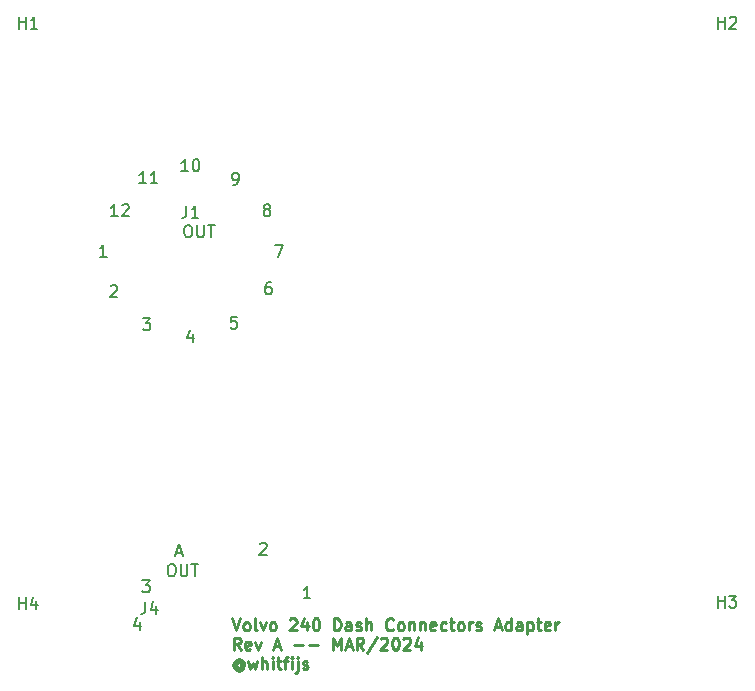
<source format=gbr>
%TF.GenerationSoftware,KiCad,Pcbnew,6.0.10-86aedd382b~118~ubuntu20.04.1*%
%TF.CreationDate,2024-03-07T10:40:57-05:00*%
%TF.ProjectId,dash_connector_adapter,64617368-5f63-46f6-9e6e-6563746f725f,rev?*%
%TF.SameCoordinates,Original*%
%TF.FileFunction,Legend,Top*%
%TF.FilePolarity,Positive*%
%FSLAX46Y46*%
G04 Gerber Fmt 4.6, Leading zero omitted, Abs format (unit mm)*
G04 Created by KiCad (PCBNEW 6.0.10-86aedd382b~118~ubuntu20.04.1) date 2024-03-07 10:40:57*
%MOMM*%
%LPD*%
G01*
G04 APERTURE LIST*
%ADD10C,0.254000*%
%ADD11C,0.150000*%
G04 APERTURE END LIST*
D10*
X122308861Y-90263859D02*
X122647528Y-91279859D01*
X122986195Y-90263859D01*
X123470004Y-91279859D02*
X123373242Y-91231478D01*
X123324861Y-91183097D01*
X123276480Y-91086335D01*
X123276480Y-90796049D01*
X123324861Y-90699287D01*
X123373242Y-90650906D01*
X123470004Y-90602525D01*
X123615147Y-90602525D01*
X123711909Y-90650906D01*
X123760290Y-90699287D01*
X123808671Y-90796049D01*
X123808671Y-91086335D01*
X123760290Y-91183097D01*
X123711909Y-91231478D01*
X123615147Y-91279859D01*
X123470004Y-91279859D01*
X124389242Y-91279859D02*
X124292480Y-91231478D01*
X124244100Y-91134716D01*
X124244100Y-90263859D01*
X124679528Y-90602525D02*
X124921433Y-91279859D01*
X125163338Y-90602525D01*
X125695528Y-91279859D02*
X125598766Y-91231478D01*
X125550385Y-91183097D01*
X125502004Y-91086335D01*
X125502004Y-90796049D01*
X125550385Y-90699287D01*
X125598766Y-90650906D01*
X125695528Y-90602525D01*
X125840671Y-90602525D01*
X125937433Y-90650906D01*
X125985814Y-90699287D01*
X126034195Y-90796049D01*
X126034195Y-91086335D01*
X125985814Y-91183097D01*
X125937433Y-91231478D01*
X125840671Y-91279859D01*
X125695528Y-91279859D01*
X127195338Y-90360620D02*
X127243719Y-90312240D01*
X127340480Y-90263859D01*
X127582385Y-90263859D01*
X127679147Y-90312240D01*
X127727528Y-90360620D01*
X127775909Y-90457382D01*
X127775909Y-90554144D01*
X127727528Y-90699287D01*
X127146957Y-91279859D01*
X127775909Y-91279859D01*
X128646766Y-90602525D02*
X128646766Y-91279859D01*
X128404861Y-90215478D02*
X128162957Y-90941192D01*
X128791909Y-90941192D01*
X129372480Y-90263859D02*
X129469242Y-90263859D01*
X129566004Y-90312240D01*
X129614385Y-90360620D01*
X129662766Y-90457382D01*
X129711147Y-90650906D01*
X129711147Y-90892811D01*
X129662766Y-91086335D01*
X129614385Y-91183097D01*
X129566004Y-91231478D01*
X129469242Y-91279859D01*
X129372480Y-91279859D01*
X129275719Y-91231478D01*
X129227338Y-91183097D01*
X129178957Y-91086335D01*
X129130576Y-90892811D01*
X129130576Y-90650906D01*
X129178957Y-90457382D01*
X129227338Y-90360620D01*
X129275719Y-90312240D01*
X129372480Y-90263859D01*
X130920671Y-91279859D02*
X130920671Y-90263859D01*
X131162576Y-90263859D01*
X131307719Y-90312240D01*
X131404480Y-90409001D01*
X131452861Y-90505763D01*
X131501242Y-90699287D01*
X131501242Y-90844430D01*
X131452861Y-91037954D01*
X131404480Y-91134716D01*
X131307719Y-91231478D01*
X131162576Y-91279859D01*
X130920671Y-91279859D01*
X132372100Y-91279859D02*
X132372100Y-90747668D01*
X132323719Y-90650906D01*
X132226957Y-90602525D01*
X132033433Y-90602525D01*
X131936671Y-90650906D01*
X132372100Y-91231478D02*
X132275338Y-91279859D01*
X132033433Y-91279859D01*
X131936671Y-91231478D01*
X131888290Y-91134716D01*
X131888290Y-91037954D01*
X131936671Y-90941192D01*
X132033433Y-90892811D01*
X132275338Y-90892811D01*
X132372100Y-90844430D01*
X132807528Y-91231478D02*
X132904290Y-91279859D01*
X133097814Y-91279859D01*
X133194576Y-91231478D01*
X133242957Y-91134716D01*
X133242957Y-91086335D01*
X133194576Y-90989573D01*
X133097814Y-90941192D01*
X132952671Y-90941192D01*
X132855909Y-90892811D01*
X132807528Y-90796049D01*
X132807528Y-90747668D01*
X132855909Y-90650906D01*
X132952671Y-90602525D01*
X133097814Y-90602525D01*
X133194576Y-90650906D01*
X133678385Y-91279859D02*
X133678385Y-90263859D01*
X134113814Y-91279859D02*
X134113814Y-90747668D01*
X134065433Y-90650906D01*
X133968671Y-90602525D01*
X133823528Y-90602525D01*
X133726766Y-90650906D01*
X133678385Y-90699287D01*
X135952290Y-91183097D02*
X135903909Y-91231478D01*
X135758766Y-91279859D01*
X135662004Y-91279859D01*
X135516861Y-91231478D01*
X135420100Y-91134716D01*
X135371719Y-91037954D01*
X135323338Y-90844430D01*
X135323338Y-90699287D01*
X135371719Y-90505763D01*
X135420100Y-90409001D01*
X135516861Y-90312240D01*
X135662004Y-90263859D01*
X135758766Y-90263859D01*
X135903909Y-90312240D01*
X135952290Y-90360620D01*
X136532861Y-91279859D02*
X136436100Y-91231478D01*
X136387719Y-91183097D01*
X136339338Y-91086335D01*
X136339338Y-90796049D01*
X136387719Y-90699287D01*
X136436100Y-90650906D01*
X136532861Y-90602525D01*
X136678004Y-90602525D01*
X136774766Y-90650906D01*
X136823147Y-90699287D01*
X136871528Y-90796049D01*
X136871528Y-91086335D01*
X136823147Y-91183097D01*
X136774766Y-91231478D01*
X136678004Y-91279859D01*
X136532861Y-91279859D01*
X137306957Y-90602525D02*
X137306957Y-91279859D01*
X137306957Y-90699287D02*
X137355338Y-90650906D01*
X137452100Y-90602525D01*
X137597242Y-90602525D01*
X137694004Y-90650906D01*
X137742385Y-90747668D01*
X137742385Y-91279859D01*
X138226195Y-90602525D02*
X138226195Y-91279859D01*
X138226195Y-90699287D02*
X138274576Y-90650906D01*
X138371338Y-90602525D01*
X138516480Y-90602525D01*
X138613242Y-90650906D01*
X138661623Y-90747668D01*
X138661623Y-91279859D01*
X139532480Y-91231478D02*
X139435719Y-91279859D01*
X139242195Y-91279859D01*
X139145433Y-91231478D01*
X139097052Y-91134716D01*
X139097052Y-90747668D01*
X139145433Y-90650906D01*
X139242195Y-90602525D01*
X139435719Y-90602525D01*
X139532480Y-90650906D01*
X139580861Y-90747668D01*
X139580861Y-90844430D01*
X139097052Y-90941192D01*
X140451719Y-91231478D02*
X140354957Y-91279859D01*
X140161433Y-91279859D01*
X140064671Y-91231478D01*
X140016290Y-91183097D01*
X139967909Y-91086335D01*
X139967909Y-90796049D01*
X140016290Y-90699287D01*
X140064671Y-90650906D01*
X140161433Y-90602525D01*
X140354957Y-90602525D01*
X140451719Y-90650906D01*
X140742004Y-90602525D02*
X141129052Y-90602525D01*
X140887147Y-90263859D02*
X140887147Y-91134716D01*
X140935528Y-91231478D01*
X141032290Y-91279859D01*
X141129052Y-91279859D01*
X141612861Y-91279859D02*
X141516100Y-91231478D01*
X141467719Y-91183097D01*
X141419338Y-91086335D01*
X141419338Y-90796049D01*
X141467719Y-90699287D01*
X141516100Y-90650906D01*
X141612861Y-90602525D01*
X141758004Y-90602525D01*
X141854766Y-90650906D01*
X141903147Y-90699287D01*
X141951528Y-90796049D01*
X141951528Y-91086335D01*
X141903147Y-91183097D01*
X141854766Y-91231478D01*
X141758004Y-91279859D01*
X141612861Y-91279859D01*
X142386957Y-91279859D02*
X142386957Y-90602525D01*
X142386957Y-90796049D02*
X142435338Y-90699287D01*
X142483719Y-90650906D01*
X142580480Y-90602525D01*
X142677242Y-90602525D01*
X142967528Y-91231478D02*
X143064290Y-91279859D01*
X143257814Y-91279859D01*
X143354576Y-91231478D01*
X143402957Y-91134716D01*
X143402957Y-91086335D01*
X143354576Y-90989573D01*
X143257814Y-90941192D01*
X143112671Y-90941192D01*
X143015909Y-90892811D01*
X142967528Y-90796049D01*
X142967528Y-90747668D01*
X143015909Y-90650906D01*
X143112671Y-90602525D01*
X143257814Y-90602525D01*
X143354576Y-90650906D01*
X144564100Y-90989573D02*
X145047909Y-90989573D01*
X144467338Y-91279859D02*
X144806004Y-90263859D01*
X145144671Y-91279859D01*
X145918766Y-91279859D02*
X145918766Y-90263859D01*
X145918766Y-91231478D02*
X145822004Y-91279859D01*
X145628480Y-91279859D01*
X145531719Y-91231478D01*
X145483338Y-91183097D01*
X145434957Y-91086335D01*
X145434957Y-90796049D01*
X145483338Y-90699287D01*
X145531719Y-90650906D01*
X145628480Y-90602525D01*
X145822004Y-90602525D01*
X145918766Y-90650906D01*
X146838004Y-91279859D02*
X146838004Y-90747668D01*
X146789623Y-90650906D01*
X146692861Y-90602525D01*
X146499338Y-90602525D01*
X146402576Y-90650906D01*
X146838004Y-91231478D02*
X146741242Y-91279859D01*
X146499338Y-91279859D01*
X146402576Y-91231478D01*
X146354195Y-91134716D01*
X146354195Y-91037954D01*
X146402576Y-90941192D01*
X146499338Y-90892811D01*
X146741242Y-90892811D01*
X146838004Y-90844430D01*
X147321814Y-90602525D02*
X147321814Y-91618525D01*
X147321814Y-90650906D02*
X147418576Y-90602525D01*
X147612100Y-90602525D01*
X147708861Y-90650906D01*
X147757242Y-90699287D01*
X147805623Y-90796049D01*
X147805623Y-91086335D01*
X147757242Y-91183097D01*
X147708861Y-91231478D01*
X147612100Y-91279859D01*
X147418576Y-91279859D01*
X147321814Y-91231478D01*
X148095909Y-90602525D02*
X148482957Y-90602525D01*
X148241052Y-90263859D02*
X148241052Y-91134716D01*
X148289433Y-91231478D01*
X148386195Y-91279859D01*
X148482957Y-91279859D01*
X149208671Y-91231478D02*
X149111909Y-91279859D01*
X148918385Y-91279859D01*
X148821623Y-91231478D01*
X148773242Y-91134716D01*
X148773242Y-90747668D01*
X148821623Y-90650906D01*
X148918385Y-90602525D01*
X149111909Y-90602525D01*
X149208671Y-90650906D01*
X149257052Y-90747668D01*
X149257052Y-90844430D01*
X148773242Y-90941192D01*
X149692480Y-91279859D02*
X149692480Y-90602525D01*
X149692480Y-90796049D02*
X149740861Y-90699287D01*
X149789242Y-90650906D01*
X149886004Y-90602525D01*
X149982766Y-90602525D01*
X123034576Y-92915619D02*
X122695909Y-92431809D01*
X122454004Y-92915619D02*
X122454004Y-91899619D01*
X122841052Y-91899619D01*
X122937814Y-91948000D01*
X122986195Y-91996380D01*
X123034576Y-92093142D01*
X123034576Y-92238285D01*
X122986195Y-92335047D01*
X122937814Y-92383428D01*
X122841052Y-92431809D01*
X122454004Y-92431809D01*
X123857052Y-92867238D02*
X123760290Y-92915619D01*
X123566766Y-92915619D01*
X123470004Y-92867238D01*
X123421623Y-92770476D01*
X123421623Y-92383428D01*
X123470004Y-92286666D01*
X123566766Y-92238285D01*
X123760290Y-92238285D01*
X123857052Y-92286666D01*
X123905433Y-92383428D01*
X123905433Y-92480190D01*
X123421623Y-92576952D01*
X124244100Y-92238285D02*
X124486004Y-92915619D01*
X124727909Y-92238285D01*
X125840671Y-92625333D02*
X126324480Y-92625333D01*
X125743909Y-92915619D02*
X126082576Y-91899619D01*
X126421242Y-92915619D01*
X127534004Y-92528571D02*
X128308100Y-92528571D01*
X128791909Y-92528571D02*
X129566004Y-92528571D01*
X130823909Y-92915619D02*
X130823909Y-91899619D01*
X131162576Y-92625333D01*
X131501242Y-91899619D01*
X131501242Y-92915619D01*
X131936671Y-92625333D02*
X132420480Y-92625333D01*
X131839909Y-92915619D02*
X132178576Y-91899619D01*
X132517242Y-92915619D01*
X133436480Y-92915619D02*
X133097814Y-92431809D01*
X132855909Y-92915619D02*
X132855909Y-91899619D01*
X133242957Y-91899619D01*
X133339719Y-91948000D01*
X133388100Y-91996380D01*
X133436480Y-92093142D01*
X133436480Y-92238285D01*
X133388100Y-92335047D01*
X133339719Y-92383428D01*
X133242957Y-92431809D01*
X132855909Y-92431809D01*
X134597623Y-91851238D02*
X133726766Y-93157523D01*
X134887909Y-91996380D02*
X134936290Y-91948000D01*
X135033052Y-91899619D01*
X135274957Y-91899619D01*
X135371719Y-91948000D01*
X135420100Y-91996380D01*
X135468480Y-92093142D01*
X135468480Y-92189904D01*
X135420100Y-92335047D01*
X134839528Y-92915619D01*
X135468480Y-92915619D01*
X136097433Y-91899619D02*
X136194195Y-91899619D01*
X136290957Y-91948000D01*
X136339338Y-91996380D01*
X136387719Y-92093142D01*
X136436100Y-92286666D01*
X136436100Y-92528571D01*
X136387719Y-92722095D01*
X136339338Y-92818857D01*
X136290957Y-92867238D01*
X136194195Y-92915619D01*
X136097433Y-92915619D01*
X136000671Y-92867238D01*
X135952290Y-92818857D01*
X135903909Y-92722095D01*
X135855528Y-92528571D01*
X135855528Y-92286666D01*
X135903909Y-92093142D01*
X135952290Y-91996380D01*
X136000671Y-91948000D01*
X136097433Y-91899619D01*
X136823147Y-91996380D02*
X136871528Y-91948000D01*
X136968290Y-91899619D01*
X137210195Y-91899619D01*
X137306957Y-91948000D01*
X137355338Y-91996380D01*
X137403719Y-92093142D01*
X137403719Y-92189904D01*
X137355338Y-92335047D01*
X136774766Y-92915619D01*
X137403719Y-92915619D01*
X138274576Y-92238285D02*
X138274576Y-92915619D01*
X138032671Y-91851238D02*
X137790766Y-92576952D01*
X138419719Y-92576952D01*
X123082957Y-94067569D02*
X123034576Y-94019188D01*
X122937814Y-93970807D01*
X122841052Y-93970807D01*
X122744290Y-94019188D01*
X122695909Y-94067569D01*
X122647528Y-94164331D01*
X122647528Y-94261093D01*
X122695909Y-94357855D01*
X122744290Y-94406236D01*
X122841052Y-94454617D01*
X122937814Y-94454617D01*
X123034576Y-94406236D01*
X123082957Y-94357855D01*
X123082957Y-93970807D02*
X123082957Y-94357855D01*
X123131338Y-94406236D01*
X123179719Y-94406236D01*
X123276480Y-94357855D01*
X123324861Y-94261093D01*
X123324861Y-94019188D01*
X123228100Y-93874045D01*
X123082957Y-93777283D01*
X122889433Y-93728902D01*
X122695909Y-93777283D01*
X122550766Y-93874045D01*
X122454004Y-94019188D01*
X122405623Y-94212712D01*
X122454004Y-94406236D01*
X122550766Y-94551379D01*
X122695909Y-94648140D01*
X122889433Y-94696521D01*
X123082957Y-94648140D01*
X123228100Y-94551379D01*
X123663528Y-93874045D02*
X123857052Y-94551379D01*
X124050576Y-94067569D01*
X124244100Y-94551379D01*
X124437623Y-93874045D01*
X124824671Y-94551379D02*
X124824671Y-93535379D01*
X125260100Y-94551379D02*
X125260100Y-94019188D01*
X125211719Y-93922426D01*
X125114957Y-93874045D01*
X124969814Y-93874045D01*
X124873052Y-93922426D01*
X124824671Y-93970807D01*
X125743909Y-94551379D02*
X125743909Y-93874045D01*
X125743909Y-93535379D02*
X125695528Y-93583760D01*
X125743909Y-93632140D01*
X125792290Y-93583760D01*
X125743909Y-93535379D01*
X125743909Y-93632140D01*
X126082576Y-93874045D02*
X126469623Y-93874045D01*
X126227719Y-93535379D02*
X126227719Y-94406236D01*
X126276100Y-94502998D01*
X126372861Y-94551379D01*
X126469623Y-94551379D01*
X126663147Y-93874045D02*
X127050195Y-93874045D01*
X126808290Y-94551379D02*
X126808290Y-93680521D01*
X126856671Y-93583760D01*
X126953433Y-93535379D01*
X127050195Y-93535379D01*
X127388861Y-94551379D02*
X127388861Y-93874045D01*
X127388861Y-93535379D02*
X127340480Y-93583760D01*
X127388861Y-93632140D01*
X127437242Y-93583760D01*
X127388861Y-93535379D01*
X127388861Y-93632140D01*
X127872671Y-93874045D02*
X127872671Y-94744902D01*
X127824290Y-94841664D01*
X127727528Y-94890045D01*
X127679147Y-94890045D01*
X127872671Y-93535379D02*
X127824290Y-93583760D01*
X127872671Y-93632140D01*
X127921052Y-93583760D01*
X127872671Y-93535379D01*
X127872671Y-93632140D01*
X128308100Y-94502998D02*
X128404861Y-94551379D01*
X128598385Y-94551379D01*
X128695147Y-94502998D01*
X128743528Y-94406236D01*
X128743528Y-94357855D01*
X128695147Y-94261093D01*
X128598385Y-94212712D01*
X128453242Y-94212712D01*
X128356480Y-94164331D01*
X128308100Y-94067569D01*
X128308100Y-94019188D01*
X128356480Y-93922426D01*
X128453242Y-93874045D01*
X128598385Y-93874045D01*
X128695147Y-93922426D01*
D11*
X117110000Y-85685380D02*
X117300476Y-85685380D01*
X117395714Y-85733000D01*
X117490952Y-85828238D01*
X117538571Y-86018714D01*
X117538571Y-86352047D01*
X117490952Y-86542523D01*
X117395714Y-86637761D01*
X117300476Y-86685380D01*
X117110000Y-86685380D01*
X117014761Y-86637761D01*
X116919523Y-86542523D01*
X116871904Y-86352047D01*
X116871904Y-86018714D01*
X116919523Y-85828238D01*
X117014761Y-85733000D01*
X117110000Y-85685380D01*
X117967142Y-85685380D02*
X117967142Y-86494904D01*
X118014761Y-86590142D01*
X118062380Y-86637761D01*
X118157619Y-86685380D01*
X118348095Y-86685380D01*
X118443333Y-86637761D01*
X118490952Y-86590142D01*
X118538571Y-86494904D01*
X118538571Y-85685380D01*
X118871904Y-85685380D02*
X119443333Y-85685380D01*
X119157619Y-86685380D02*
X119157619Y-85685380D01*
X118507000Y-56983380D02*
X118697476Y-56983380D01*
X118792714Y-57031000D01*
X118887952Y-57126238D01*
X118935571Y-57316714D01*
X118935571Y-57650047D01*
X118887952Y-57840523D01*
X118792714Y-57935761D01*
X118697476Y-57983380D01*
X118507000Y-57983380D01*
X118411761Y-57935761D01*
X118316523Y-57840523D01*
X118268904Y-57650047D01*
X118268904Y-57316714D01*
X118316523Y-57126238D01*
X118411761Y-57031000D01*
X118507000Y-56983380D01*
X119364142Y-56983380D02*
X119364142Y-57792904D01*
X119411761Y-57888142D01*
X119459380Y-57935761D01*
X119554619Y-57983380D01*
X119745095Y-57983380D01*
X119840333Y-57935761D01*
X119887952Y-57888142D01*
X119935571Y-57792904D01*
X119935571Y-56983380D01*
X120268904Y-56983380D02*
X120840333Y-56983380D01*
X120554619Y-57983380D02*
X120554619Y-56983380D01*
%TO.C,J4*%
X114982666Y-88860380D02*
X114982666Y-89574666D01*
X114935047Y-89717523D01*
X114839809Y-89812761D01*
X114696952Y-89860380D01*
X114601714Y-89860380D01*
X115887428Y-89193714D02*
X115887428Y-89860380D01*
X115649333Y-88812761D02*
X115411238Y-89527047D01*
X116030285Y-89527047D01*
X114728666Y-87049380D02*
X115347714Y-87049380D01*
X115014380Y-87430333D01*
X115157238Y-87430333D01*
X115252476Y-87477952D01*
X115300095Y-87525571D01*
X115347714Y-87620809D01*
X115347714Y-87858904D01*
X115300095Y-87954142D01*
X115252476Y-88001761D01*
X115157238Y-88049380D01*
X114871523Y-88049380D01*
X114776285Y-88001761D01*
X114728666Y-87954142D01*
X114490476Y-90557714D02*
X114490476Y-91224380D01*
X114252380Y-90176761D02*
X114014285Y-90891047D01*
X114633333Y-90891047D01*
X124682285Y-83969619D02*
X124729904Y-83922000D01*
X124825142Y-83874380D01*
X125063238Y-83874380D01*
X125158476Y-83922000D01*
X125206095Y-83969619D01*
X125253714Y-84064857D01*
X125253714Y-84160095D01*
X125206095Y-84302952D01*
X124634666Y-84874380D01*
X125253714Y-84874380D01*
X128936714Y-88557380D02*
X128365285Y-88557380D01*
X128651000Y-88557380D02*
X128651000Y-87557380D01*
X128555761Y-87700238D01*
X128460523Y-87795476D01*
X128365285Y-87843095D01*
X117617904Y-84715666D02*
X118094095Y-84715666D01*
X117522666Y-85001380D02*
X117856000Y-84001380D01*
X118189333Y-85001380D01*
%TO.C,J1*%
X118458666Y-55332380D02*
X118458666Y-56046666D01*
X118411047Y-56189523D01*
X118315809Y-56284761D01*
X118172952Y-56332380D01*
X118077714Y-56332380D01*
X119458666Y-56332380D02*
X118887238Y-56332380D01*
X119172952Y-56332380D02*
X119172952Y-55332380D01*
X119077714Y-55475238D01*
X118982476Y-55570476D01*
X118887238Y-55618095D01*
X115045523Y-53411380D02*
X114474095Y-53411380D01*
X114759809Y-53411380D02*
X114759809Y-52411380D01*
X114664571Y-52554238D01*
X114569333Y-52649476D01*
X114474095Y-52697095D01*
X115997904Y-53411380D02*
X115426476Y-53411380D01*
X115712190Y-53411380D02*
X115712190Y-52411380D01*
X115616952Y-52554238D01*
X115521714Y-52649476D01*
X115426476Y-52697095D01*
X118601523Y-52395380D02*
X118030095Y-52395380D01*
X118315809Y-52395380D02*
X118315809Y-51395380D01*
X118220571Y-51538238D01*
X118125333Y-51633476D01*
X118030095Y-51681095D01*
X119220571Y-51395380D02*
X119315809Y-51395380D01*
X119411047Y-51443000D01*
X119458666Y-51490619D01*
X119506285Y-51585857D01*
X119553904Y-51776333D01*
X119553904Y-52014428D01*
X119506285Y-52204904D01*
X119458666Y-52300142D01*
X119411047Y-52347761D01*
X119315809Y-52395380D01*
X119220571Y-52395380D01*
X119125333Y-52347761D01*
X119077714Y-52300142D01*
X119030095Y-52204904D01*
X118982476Y-52014428D01*
X118982476Y-51776333D01*
X119030095Y-51585857D01*
X119077714Y-51490619D01*
X119125333Y-51443000D01*
X119220571Y-51395380D01*
X122411523Y-53538380D02*
X122602000Y-53538380D01*
X122697238Y-53490761D01*
X122744857Y-53443142D01*
X122840095Y-53300285D01*
X122887714Y-53109809D01*
X122887714Y-52728857D01*
X122840095Y-52633619D01*
X122792476Y-52586000D01*
X122697238Y-52538380D01*
X122506761Y-52538380D01*
X122411523Y-52586000D01*
X122363904Y-52633619D01*
X122316285Y-52728857D01*
X122316285Y-52966952D01*
X122363904Y-53062190D01*
X122411523Y-53109809D01*
X122506761Y-53157428D01*
X122697238Y-53157428D01*
X122792476Y-53109809D01*
X122840095Y-53062190D01*
X122887714Y-52966952D01*
X125173761Y-55633952D02*
X125078523Y-55586333D01*
X125030904Y-55538714D01*
X124983285Y-55443476D01*
X124983285Y-55395857D01*
X125030904Y-55300619D01*
X125078523Y-55253000D01*
X125173761Y-55205380D01*
X125364238Y-55205380D01*
X125459476Y-55253000D01*
X125507095Y-55300619D01*
X125554714Y-55395857D01*
X125554714Y-55443476D01*
X125507095Y-55538714D01*
X125459476Y-55586333D01*
X125364238Y-55633952D01*
X125173761Y-55633952D01*
X125078523Y-55681571D01*
X125030904Y-55729190D01*
X124983285Y-55824428D01*
X124983285Y-56014904D01*
X125030904Y-56110142D01*
X125078523Y-56157761D01*
X125173761Y-56205380D01*
X125364238Y-56205380D01*
X125459476Y-56157761D01*
X125507095Y-56110142D01*
X125554714Y-56014904D01*
X125554714Y-55824428D01*
X125507095Y-55729190D01*
X125459476Y-55681571D01*
X125364238Y-55633952D01*
X125951666Y-58634380D02*
X126618333Y-58634380D01*
X126189761Y-59634380D01*
X125586476Y-61809380D02*
X125396000Y-61809380D01*
X125300761Y-61857000D01*
X125253142Y-61904619D01*
X125157904Y-62047476D01*
X125110285Y-62237952D01*
X125110285Y-62618904D01*
X125157904Y-62714142D01*
X125205523Y-62761761D01*
X125300761Y-62809380D01*
X125491238Y-62809380D01*
X125586476Y-62761761D01*
X125634095Y-62714142D01*
X125681714Y-62618904D01*
X125681714Y-62380809D01*
X125634095Y-62285571D01*
X125586476Y-62237952D01*
X125491238Y-62190333D01*
X125300761Y-62190333D01*
X125205523Y-62237952D01*
X125157904Y-62285571D01*
X125110285Y-62380809D01*
X122713095Y-64730380D02*
X122236904Y-64730380D01*
X122189285Y-65206571D01*
X122236904Y-65158952D01*
X122332142Y-65111333D01*
X122570238Y-65111333D01*
X122665476Y-65158952D01*
X122713095Y-65206571D01*
X122760714Y-65301809D01*
X122760714Y-65539904D01*
X122713095Y-65635142D01*
X122665476Y-65682761D01*
X122570238Y-65730380D01*
X122332142Y-65730380D01*
X122236904Y-65682761D01*
X122189285Y-65635142D01*
X118982476Y-66206714D02*
X118982476Y-66873380D01*
X118744380Y-65825761D02*
X118506285Y-66540047D01*
X119125333Y-66540047D01*
X114775666Y-64857380D02*
X115394714Y-64857380D01*
X115061380Y-65238333D01*
X115204238Y-65238333D01*
X115299476Y-65285952D01*
X115347095Y-65333571D01*
X115394714Y-65428809D01*
X115394714Y-65666904D01*
X115347095Y-65762142D01*
X115299476Y-65809761D01*
X115204238Y-65857380D01*
X114918523Y-65857380D01*
X114823285Y-65809761D01*
X114775666Y-65762142D01*
X112029285Y-62158619D02*
X112076904Y-62111000D01*
X112172142Y-62063380D01*
X112410238Y-62063380D01*
X112505476Y-62111000D01*
X112553095Y-62158619D01*
X112600714Y-62253857D01*
X112600714Y-62349095D01*
X112553095Y-62491952D01*
X111981666Y-63063380D01*
X112600714Y-63063380D01*
X112632523Y-56205380D02*
X112061095Y-56205380D01*
X112346809Y-56205380D02*
X112346809Y-55205380D01*
X112251571Y-55348238D01*
X112156333Y-55443476D01*
X112061095Y-55491095D01*
X113013476Y-55300619D02*
X113061095Y-55253000D01*
X113156333Y-55205380D01*
X113394428Y-55205380D01*
X113489666Y-55253000D01*
X113537285Y-55300619D01*
X113584904Y-55395857D01*
X113584904Y-55491095D01*
X113537285Y-55633952D01*
X112965857Y-56205380D01*
X113584904Y-56205380D01*
X111711714Y-59634380D02*
X111140285Y-59634380D01*
X111426000Y-59634380D02*
X111426000Y-58634380D01*
X111330761Y-58777238D01*
X111235523Y-58872476D01*
X111140285Y-58920095D01*
%TO.C,H4*%
X104267095Y-89470380D02*
X104267095Y-88470380D01*
X104267095Y-88946571D02*
X104838523Y-88946571D01*
X104838523Y-89470380D02*
X104838523Y-88470380D01*
X105743285Y-88803714D02*
X105743285Y-89470380D01*
X105505190Y-88422761D02*
X105267095Y-89137047D01*
X105886142Y-89137047D01*
%TO.C,H3*%
X163449095Y-89343380D02*
X163449095Y-88343380D01*
X163449095Y-88819571D02*
X164020523Y-88819571D01*
X164020523Y-89343380D02*
X164020523Y-88343380D01*
X164401476Y-88343380D02*
X165020523Y-88343380D01*
X164687190Y-88724333D01*
X164830047Y-88724333D01*
X164925285Y-88771952D01*
X164972904Y-88819571D01*
X165020523Y-88914809D01*
X165020523Y-89152904D01*
X164972904Y-89248142D01*
X164925285Y-89295761D01*
X164830047Y-89343380D01*
X164544333Y-89343380D01*
X164449095Y-89295761D01*
X164401476Y-89248142D01*
%TO.C,H2*%
X163449095Y-40321380D02*
X163449095Y-39321380D01*
X163449095Y-39797571D02*
X164020523Y-39797571D01*
X164020523Y-40321380D02*
X164020523Y-39321380D01*
X164449095Y-39416619D02*
X164496714Y-39369000D01*
X164591952Y-39321380D01*
X164830047Y-39321380D01*
X164925285Y-39369000D01*
X164972904Y-39416619D01*
X165020523Y-39511857D01*
X165020523Y-39607095D01*
X164972904Y-39749952D01*
X164401476Y-40321380D01*
X165020523Y-40321380D01*
%TO.C,H1*%
X104267095Y-40321380D02*
X104267095Y-39321380D01*
X104267095Y-39797571D02*
X104838523Y-39797571D01*
X104838523Y-40321380D02*
X104838523Y-39321380D01*
X105838523Y-40321380D02*
X105267095Y-40321380D01*
X105552809Y-40321380D02*
X105552809Y-39321380D01*
X105457571Y-39464238D01*
X105362333Y-39559476D01*
X105267095Y-39607095D01*
%TD*%
M02*

</source>
